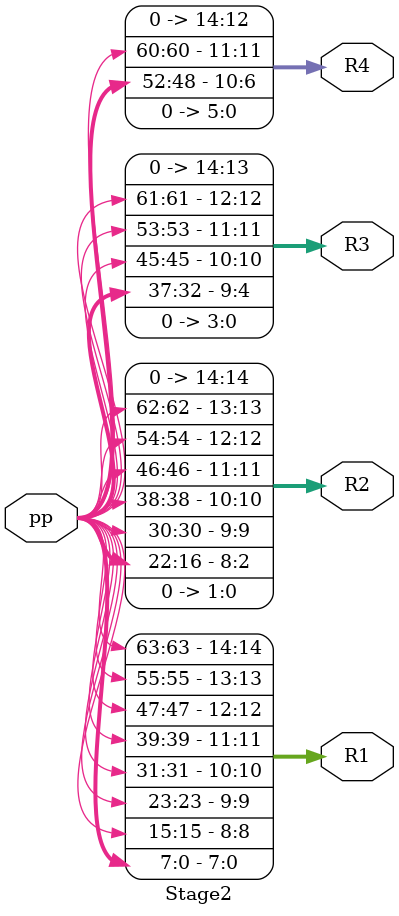
<source format=v>
`timescale 1ns / 1ps

module Stage2(
    input [63:0] pp,
    output [14:0] R1, R2, R3, R4
    );
    
    // ? ¾ÐÃàµÈ ºÎºÐ°öÀ» R1, R2, R3, R4 ¹è¿­¿¡ ÀúÀå
    assign R1[0]  = pp[0];
    assign R1[1]  = pp[1];
    assign R1[2]  = pp[2];
    assign R1[3]  = pp[3];
    assign R1[4]  = pp[4];
    assign R1[5]  = pp[5];
    assign R1[6]  = pp[6];
    assign R1[7]  = pp[7];
    assign R1[8]  = pp[15];
    assign R1[9]  = pp[23];
    assign R1[10] = pp[31];
    assign R1[11] = pp[39];
    assign R1[12] = pp[47];
    assign R1[13] = pp[55];
    assign R1[14] = pp[63];

    assign R2[0]  = 0;
    assign R2[1]  = 0;
    assign R2[2]  = pp[16];
    assign R2[3]  = pp[17];
    assign R2[4]  = pp[18];
    assign R2[5]  = pp[19];
    assign R2[6]  = pp[20];
    assign R2[7]  = pp[21];
    assign R2[8]  = pp[22];
    assign R2[9]  = pp[30];
    assign R2[10] = pp[38];
    assign R2[11] = pp[46];
    assign R2[12] = pp[54];
    assign R2[13] = pp[62];
    assign R2[14] = 0;

    assign R3[0]  = 0;
    assign R3[1]  = 0;
    assign R3[2]  = 0;
    assign R3[3]  = 0;
    assign R3[4]  = pp[32];
    assign R3[5]  = pp[33];
    assign R3[6]  = pp[34];
    assign R3[7]  = pp[35];
    assign R3[8]  = pp[36];
    assign R3[9]  = pp[37];
    assign R3[10] = pp[45];
    assign R3[11] = pp[53];
    assign R3[12] = pp[61];
    assign R3[13] = 0;
    assign R3[14] = 0;

    assign R4[0]  = 0;
    assign R4[1]  = 0;
    assign R4[2]  = 0;
    assign R4[3]  = 0;
    assign R4[4]  = 0;
    assign R4[5]  = 0;
    assign R4[6]  = pp[48];
    assign R4[7]  = pp[49];
    assign R4[8]  = pp[50];
    assign R4[9]  = pp[51];
    assign R4[10] = pp[52];
    assign R4[11] = pp[60];
    assign R4[12] = 0;
    assign R4[13] = 0;
    assign R4[14] = 0;
endmodule

</source>
